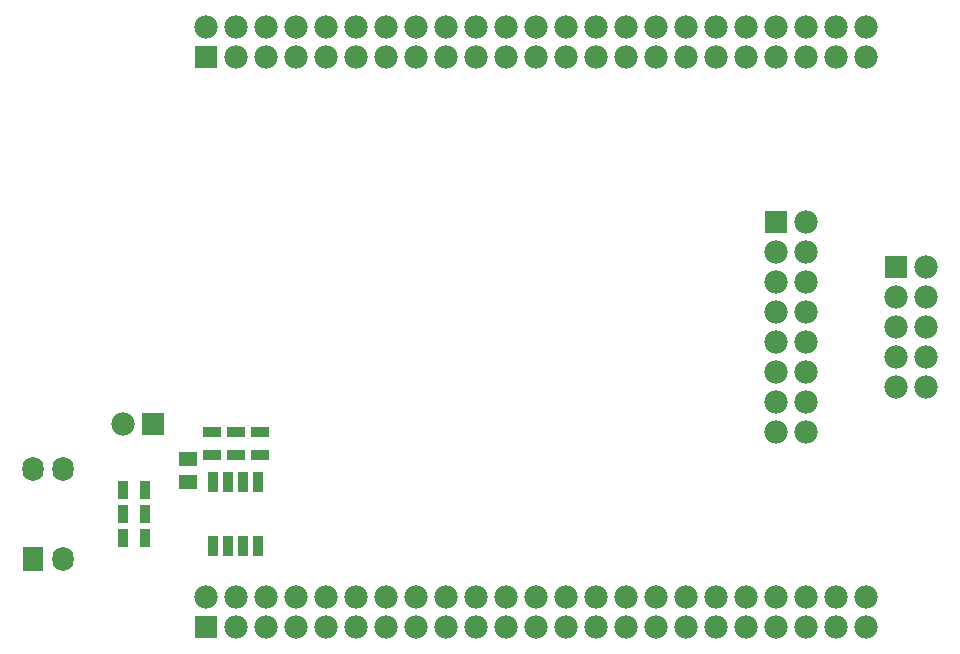
<source format=gts>
G04 #@! TF.FileFunction,Soldermask,Top*
%FSLAX46Y46*%
G04 Gerber Fmt 4.6, Leading zero omitted, Abs format (unit mm)*
G04 Created by KiCad (PCBNEW 4.0.1-2.fc23-product) date Sun 31 Jan 2016 08:26:32 PM PST*
%MOMM*%
G01*
G04 APERTURE LIST*
%ADD10C,0.100000*%
%ADD11R,0.960000X1.560000*%
%ADD12R,1.987200X1.987200*%
%ADD13O,1.987200X1.987200*%
%ADD14R,1.560000X0.960000*%
%ADD15R,1.784000X2.084000*%
%ADD16O,1.784000X2.084000*%
%ADD17R,0.860000X1.810000*%
%ADD18R,1.510000X1.260000*%
G04 APERTURE END LIST*
D10*
D11*
X109159000Y-102362000D03*
X111059000Y-102362000D03*
D12*
X174625000Y-79375000D03*
D13*
X177165000Y-79375000D03*
X174625000Y-81915000D03*
X177165000Y-81915000D03*
X174625000Y-84455000D03*
X177165000Y-84455000D03*
X174625000Y-86995000D03*
X177165000Y-86995000D03*
X174625000Y-89535000D03*
X177165000Y-89535000D03*
D12*
X164465000Y-75565000D03*
D13*
X167005000Y-75565000D03*
X164465000Y-78105000D03*
X167005000Y-78105000D03*
X164465000Y-80645000D03*
X167005000Y-80645000D03*
X164465000Y-83185000D03*
X167005000Y-83185000D03*
X164465000Y-85725000D03*
X167005000Y-85725000D03*
X164465000Y-88265000D03*
X167005000Y-88265000D03*
X164465000Y-90805000D03*
X167005000Y-90805000D03*
X164465000Y-93345000D03*
X167005000Y-93345000D03*
D14*
X120777000Y-93411000D03*
X120777000Y-95311000D03*
X118745000Y-93411000D03*
X118745000Y-95311000D03*
D11*
X109159000Y-100330000D03*
X111059000Y-100330000D03*
X109159000Y-98298000D03*
X111059000Y-98298000D03*
D14*
X116713000Y-93411000D03*
X116713000Y-95311000D03*
D12*
X116205000Y-109855000D03*
D13*
X116205000Y-107315000D03*
X118745000Y-109855000D03*
X118745000Y-107315000D03*
X121285000Y-109855000D03*
X121285000Y-107315000D03*
X123825000Y-109855000D03*
X123825000Y-107315000D03*
X126365000Y-109855000D03*
X126365000Y-107315000D03*
X128905000Y-109855000D03*
X128905000Y-107315000D03*
X131445000Y-109855000D03*
X131445000Y-107315000D03*
X133985000Y-109855000D03*
X133985000Y-107315000D03*
X136525000Y-109855000D03*
X136525000Y-107315000D03*
X139065000Y-109855000D03*
X139065000Y-107315000D03*
X141605000Y-109855000D03*
X141605000Y-107315000D03*
X144145000Y-109855000D03*
X144145000Y-107315000D03*
X146685000Y-109855000D03*
X146685000Y-107315000D03*
X149225000Y-109855000D03*
X149225000Y-107315000D03*
X151765000Y-109855000D03*
X151765000Y-107315000D03*
X154305000Y-109855000D03*
X154305000Y-107315000D03*
X156845000Y-109855000D03*
X156845000Y-107315000D03*
X159385000Y-109855000D03*
X159385000Y-107315000D03*
X161925000Y-109855000D03*
X161925000Y-107315000D03*
X164465000Y-109855000D03*
X164465000Y-107315000D03*
X167005000Y-109855000D03*
X167005000Y-107315000D03*
X169545000Y-109855000D03*
X169545000Y-107315000D03*
X172085000Y-109855000D03*
X172085000Y-107315000D03*
D12*
X116205000Y-61595000D03*
D13*
X116205000Y-59055000D03*
X118745000Y-61595000D03*
X118745000Y-59055000D03*
X121285000Y-61595000D03*
X121285000Y-59055000D03*
X123825000Y-61595000D03*
X123825000Y-59055000D03*
X126365000Y-61595000D03*
X126365000Y-59055000D03*
X128905000Y-61595000D03*
X128905000Y-59055000D03*
X131445000Y-61595000D03*
X131445000Y-59055000D03*
X133985000Y-61595000D03*
X133985000Y-59055000D03*
X136525000Y-61595000D03*
X136525000Y-59055000D03*
X139065000Y-61595000D03*
X139065000Y-59055000D03*
X141605000Y-61595000D03*
X141605000Y-59055000D03*
X144145000Y-61595000D03*
X144145000Y-59055000D03*
X146685000Y-61595000D03*
X146685000Y-59055000D03*
X149225000Y-61595000D03*
X149225000Y-59055000D03*
X151765000Y-61595000D03*
X151765000Y-59055000D03*
X154305000Y-61595000D03*
X154305000Y-59055000D03*
X156845000Y-61595000D03*
X156845000Y-59055000D03*
X159385000Y-61595000D03*
X159385000Y-59055000D03*
X161925000Y-61595000D03*
X161925000Y-59055000D03*
X164465000Y-61595000D03*
X164465000Y-59055000D03*
X167005000Y-61595000D03*
X167005000Y-59055000D03*
X169545000Y-61595000D03*
X169545000Y-59055000D03*
X172085000Y-61595000D03*
X172085000Y-59055000D03*
D12*
X111760000Y-92710000D03*
D13*
X109220000Y-92710000D03*
D15*
X101600000Y-104140000D03*
D16*
X101600000Y-96520000D03*
X104140000Y-104140000D03*
X104140000Y-96520000D03*
D17*
X116840000Y-103030000D03*
X118110000Y-103030000D03*
X119380000Y-103030000D03*
X120650000Y-103030000D03*
X120650000Y-97630000D03*
X119380000Y-97630000D03*
X118110000Y-97630000D03*
X116840000Y-97630000D03*
D18*
X114681000Y-97647000D03*
X114681000Y-95647000D03*
M02*

</source>
